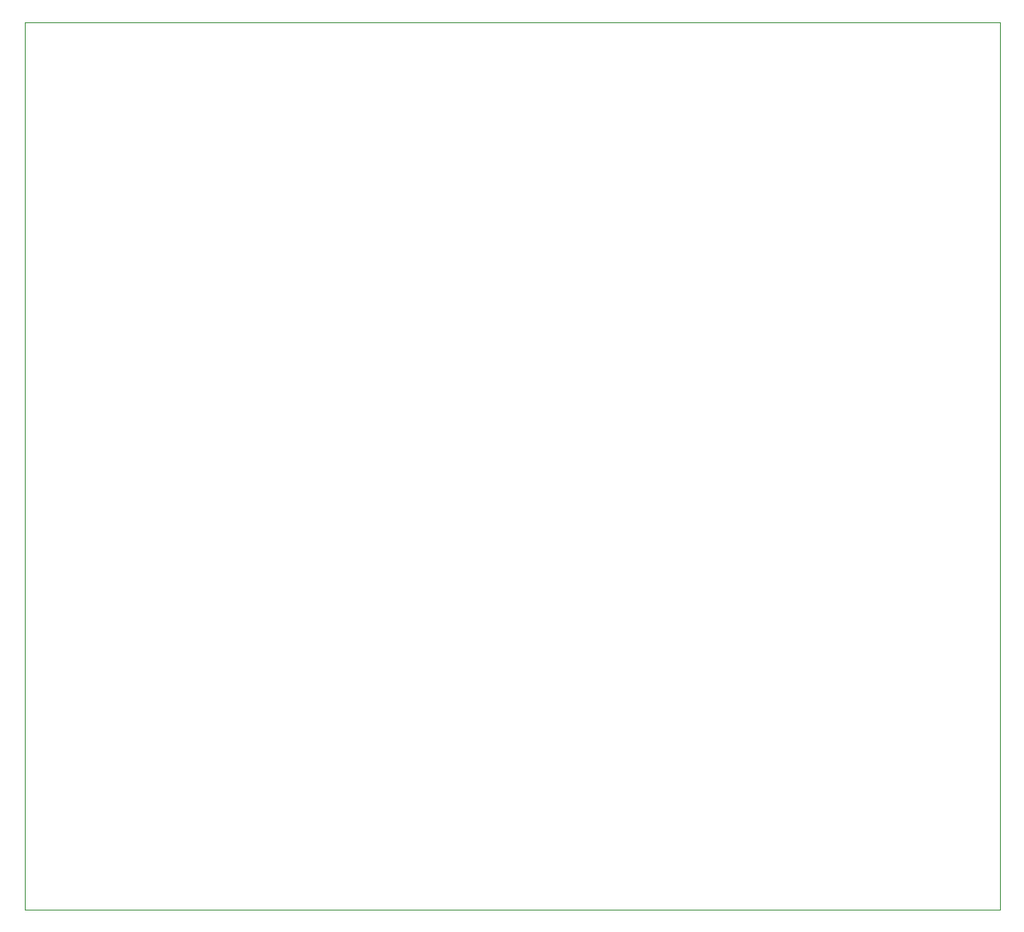
<source format=gbr>
%TF.GenerationSoftware,KiCad,Pcbnew,(5.1.6)-1*%
%TF.CreationDate,2021-01-03T13:05:20+07:00*%
%TF.ProjectId,morse_buffer_prod,6d6f7273-655f-4627-9566-6665725f7072,1*%
%TF.SameCoordinates,Original*%
%TF.FileFunction,Profile,NP*%
%FSLAX46Y46*%
G04 Gerber Fmt 4.6, Leading zero omitted, Abs format (unit mm)*
G04 Created by KiCad (PCBNEW (5.1.6)-1) date 2021-01-03 13:05:20*
%MOMM*%
%LPD*%
G01*
G04 APERTURE LIST*
%TA.AperFunction,Profile*%
%ADD10C,0.100000*%
%TD*%
G04 APERTURE END LIST*
D10*
X164465000Y-60325000D02*
X64770000Y-60325000D01*
X164465000Y-151130000D02*
X164465000Y-60325000D01*
X64770000Y-151130000D02*
X164465000Y-151130000D01*
X64770000Y-60325000D02*
X64770000Y-151130000D01*
M02*

</source>
